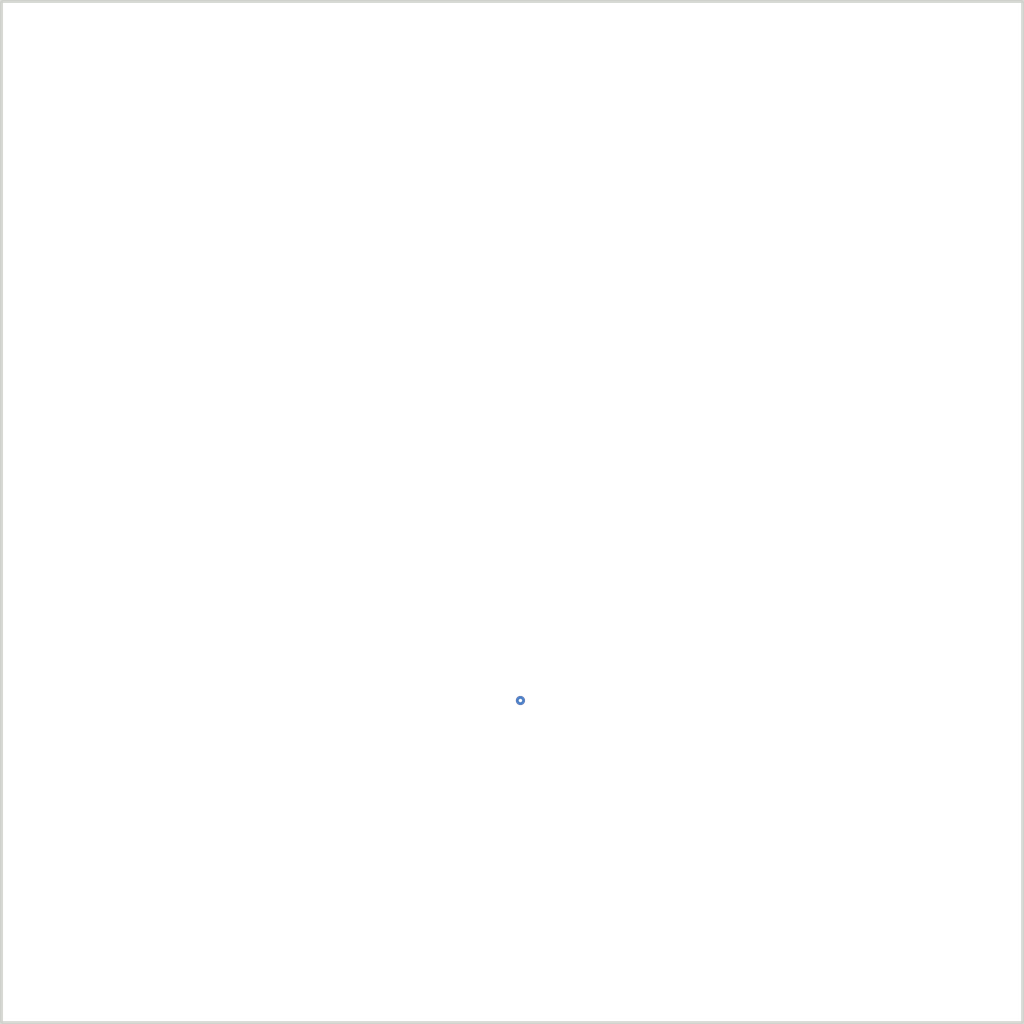
<source format=kicad_pcb>
(kicad_pcb (version 3) (host pcb-rnd "(2.2.0-rc2 non-svn)")
  (general
  )

  (page A4)

  (layers
    (0 F.Cu signal)
    (15 B.Cu signal)
    (18 B.Paste user)
    (19 F.Paste user)
    (20 B.SilkS user)
    (21 F.SilkS user)
    (22 B.Mask user)
    (23 F.Mask user)
    (28 Edge.Cuts user)
  )

  (setup
    (via_drill 0.635)
  )

  (net 0 "")

  (zone (net 0) (net_name "") (layer F.Cu) (tstamp 478E3FC8) (hatch edge 0.508)
    (connect_pads no (clearance 0.508))
    (min_thickness 0.4826)
    (fill (arc_segments 32) (thermal_gap 0.508) (thermal_bridge_width 0.508))
    (polygon
      (pts
        (xy 28.240 61.610) (xy 63.240 61.610) (xy 63.240 29.610) (xy 28.240 29.610)
      )
    )
  )
  (zone (net 0) (net_name "") (layer B.Cu) (tstamp 478E3FC8) (hatch edge 0.508)
    (connect_pads no (clearance 0.508))
    (min_thickness 0.4826)
    (fill (arc_segments 32) (thermal_gap 0.508) (thermal_bridge_width 0.508))
    (polygon
      (pts
        (xy 13.970 14.605) (xy 79.375 14.605) (xy 79.375 77.470) (xy 13.970 77.470)
      )
    )
  )
  (via (at 45.740 61.610) (size 0.800) (layers F.Cu B.Cu))
  (gr_line (start 0.000 0.000) (end 90.000 0.000) (layer Edge.Cuts) (width 0.254))
  (gr_line (start 90.000 0.000) (end 90.000 90.000) (layer Edge.Cuts) (width 0.254))
  (gr_line (start 90.000 90.000) (end 0.000 90.000) (layer Edge.Cuts) (width 0.254))
  (gr_line (start 0.000 90.000) (end 0.000 0.000) (layer Edge.Cuts) (width 0.254))
)

</source>
